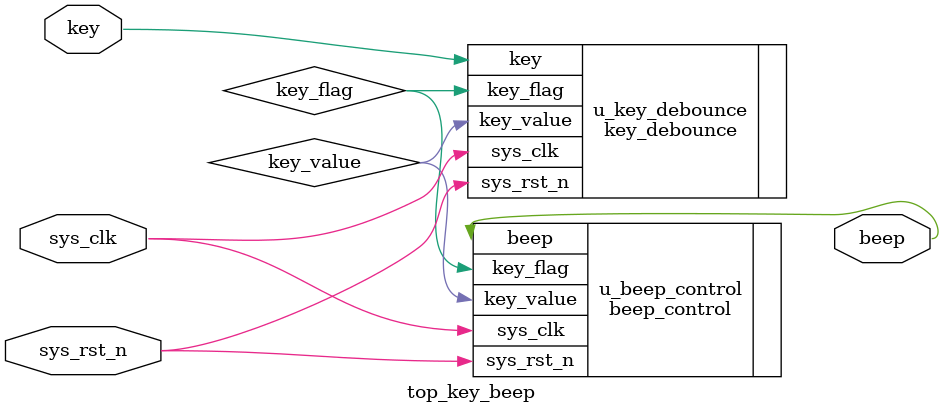
<source format=v>

module top_key_beep(
	input 	sys_clk  ,
	input 	sys_rst_n,
	
	input 	key      ,
	output	beep
);

// Define wire
wire key_flag;
wire key_value;

//*****************************************************
//**                    main code
//*****************************************************

key_debounce u_key_debounce(
	.sys_clk  	(sys_clk)  ,
	.sys_rst_n	(sys_rst_n),
	
	.key      	(key)      ,
	.key_value	(key_value),
	.key_flag	(key_flag)
);

beep_control u_beep_control(
	.sys_clk  	(sys_clk)  ,
	.sys_rst_n	(sys_rst_n),
	
	.key_value	(key_value),
	.key_flag 	(key_flag) ,
	.beep		(beep)
);

endmodule
</source>
